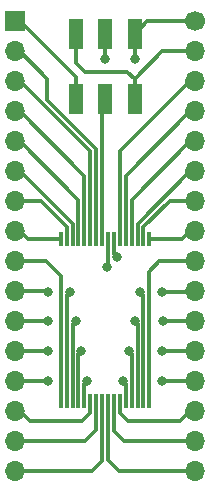
<source format=gtl>
G04 #@! TF.GenerationSoftware,KiCad,Pcbnew,8.0.0*
G04 #@! TF.CreationDate,2024-05-09T12:01:00+02:00*
G04 #@! TF.ProjectId,sst39sf040-m27c4001,73737433-3973-4663-9034-302d6d323763,rev?*
G04 #@! TF.SameCoordinates,Original*
G04 #@! TF.FileFunction,Copper,L1,Top*
G04 #@! TF.FilePolarity,Positive*
%FSLAX46Y46*%
G04 Gerber Fmt 4.6, Leading zero omitted, Abs format (unit mm)*
G04 Created by KiCad (PCBNEW 8.0.0) date 2024-05-09 12:01:00*
%MOMM*%
%LPD*%
G01*
G04 APERTURE LIST*
G04 #@! TA.AperFunction,SMDPad,CuDef*
%ADD10R,1.200000X2.500000*%
G04 #@! TD*
G04 #@! TA.AperFunction,SMDPad,CuDef*
%ADD11R,0.300000X1.300000*%
G04 #@! TD*
G04 #@! TA.AperFunction,ComponentPad*
%ADD12O,1.700000X1.700000*%
G04 #@! TD*
G04 #@! TA.AperFunction,ComponentPad*
%ADD13C,1.700000*%
G04 #@! TD*
G04 #@! TA.AperFunction,ComponentPad*
%ADD14R,1.700000X1.700000*%
G04 #@! TD*
G04 #@! TA.AperFunction,ViaPad*
%ADD15C,0.800000*%
G04 #@! TD*
G04 #@! TA.AperFunction,Conductor*
%ADD16C,0.300000*%
G04 #@! TD*
G04 APERTURE END LIST*
D10*
X130500000Y-61150000D03*
X133000000Y-61150000D03*
X135500000Y-61150000D03*
X130500000Y-66650000D03*
X133000000Y-66650000D03*
X135500000Y-66650000D03*
D11*
X136750000Y-78550000D03*
X136250000Y-78550000D03*
X135750000Y-78550000D03*
X135250000Y-78550000D03*
X134750000Y-78550000D03*
X134250000Y-78550000D03*
X133750000Y-78550000D03*
X133250000Y-78550000D03*
X132750000Y-78550000D03*
X132250000Y-78550000D03*
X131750000Y-78550000D03*
X131250000Y-78550000D03*
X130750000Y-78550000D03*
X130250000Y-78550000D03*
X129750000Y-78550000D03*
X129250000Y-78550000D03*
X129250000Y-92250000D03*
X129750000Y-92250000D03*
X130250000Y-92250000D03*
X130750000Y-92250000D03*
X131250000Y-92250000D03*
X131750000Y-92250000D03*
X132250000Y-92250000D03*
X132750000Y-92250000D03*
X133250000Y-92250000D03*
X133750000Y-92250000D03*
X134250000Y-92250000D03*
X134750000Y-92250000D03*
X135250000Y-92250000D03*
X135750000Y-92250000D03*
X136250000Y-92250000D03*
X136750000Y-92250000D03*
D12*
X140620000Y-98200000D03*
X140620000Y-95660000D03*
X140620000Y-93120000D03*
X140620000Y-90580000D03*
X140620000Y-88040000D03*
X140620000Y-85500000D03*
X140620000Y-82960000D03*
X140620000Y-80420000D03*
X140620000Y-77880000D03*
X140620000Y-75340000D03*
X140620000Y-72800000D03*
X140620000Y-70260000D03*
X140620000Y-67720000D03*
X140620000Y-65180000D03*
X140620000Y-62640000D03*
D13*
X140620000Y-60100000D03*
D12*
X125380000Y-98200000D03*
X125380000Y-95660000D03*
X125380000Y-93120000D03*
X125380000Y-90580000D03*
X125380000Y-88040000D03*
X125380000Y-85500000D03*
X125380000Y-82960000D03*
X125380000Y-80420000D03*
X125380000Y-77880000D03*
X125380000Y-75340000D03*
X125380000Y-72800000D03*
X125380000Y-70260000D03*
X125380000Y-67720000D03*
X125380000Y-65180000D03*
X125380000Y-62640000D03*
D14*
X125380000Y-60100000D03*
D15*
X129999500Y-83000000D03*
X128200000Y-83000000D03*
X130499989Y-85500000D03*
X128200000Y-85500000D03*
X130999509Y-88000000D03*
X128200000Y-88000000D03*
X128200000Y-90600000D03*
X131499989Y-90600000D03*
X133200000Y-80900000D03*
X135500000Y-63300000D03*
X133999500Y-80100000D03*
X133000000Y-63300000D03*
X136000500Y-83000000D03*
X137800000Y-83000000D03*
X135500500Y-85500000D03*
X137900000Y-85500000D03*
X135000000Y-88000000D03*
X137800000Y-88000000D03*
X137800000Y-90600000D03*
X134500500Y-90600000D03*
D16*
X130500000Y-64800000D02*
X130500000Y-66650000D01*
X125800000Y-60100000D02*
X130500000Y-64800000D01*
X128113214Y-66786786D02*
X128113214Y-64953214D01*
X132250000Y-78550000D02*
X132250000Y-70923573D01*
X132250000Y-70923573D02*
X128113214Y-66786786D01*
X128113214Y-64953214D02*
X125800000Y-62640000D01*
X131750000Y-78550000D02*
X131750000Y-71130000D01*
X131750000Y-71130000D02*
X125800000Y-65180000D01*
X131250000Y-73170000D02*
X125800000Y-67720000D01*
X131250000Y-78550000D02*
X131250000Y-73170000D01*
X130750000Y-78550000D02*
X130750000Y-75210000D01*
X130750000Y-75210000D02*
X125800000Y-70260000D01*
X130250000Y-77250000D02*
X125800000Y-72800000D01*
X130250000Y-78550000D02*
X130250000Y-77250000D01*
X127539022Y-75340000D02*
X125800000Y-75340000D01*
X129750000Y-78550000D02*
X129750000Y-77550978D01*
X129750000Y-77550978D02*
X127539022Y-75340000D01*
X126470000Y-78550000D02*
X125800000Y-77880000D01*
X129250000Y-78550000D02*
X126470000Y-78550000D01*
X128020000Y-80420000D02*
X125800000Y-80420000D01*
X129250000Y-92250000D02*
X129250000Y-81750000D01*
X129250000Y-81750000D02*
X129300000Y-81700000D01*
X129300000Y-81700000D02*
X128020000Y-80420000D01*
X129999500Y-83000000D02*
X129750489Y-83249011D01*
X128160000Y-82960000D02*
X128200000Y-83000000D01*
X129750489Y-83249011D02*
X129750489Y-92000000D01*
X125800000Y-82960000D02*
X128160000Y-82960000D01*
X130250009Y-85749980D02*
X130250009Y-91949991D01*
X130499989Y-85500000D02*
X130250009Y-85749980D01*
X125800000Y-85500000D02*
X128200000Y-85500000D01*
X130999509Y-88000000D02*
X130750489Y-88249020D01*
X128160000Y-88040000D02*
X128200000Y-88000000D01*
X125800000Y-88040000D02*
X128160000Y-88040000D01*
X130750489Y-88249020D02*
X130750489Y-91800000D01*
X131250000Y-92250000D02*
X131250000Y-90849989D01*
X131250000Y-90849989D02*
X131499989Y-90600000D01*
X128180000Y-90580000D02*
X128200000Y-90600000D01*
X125800000Y-90580000D02*
X128180000Y-90580000D01*
X131750000Y-93249022D02*
X131029022Y-93970000D01*
X126650000Y-93970000D02*
X125800000Y-93120000D01*
X131750000Y-92250000D02*
X131750000Y-93249022D01*
X131029022Y-93970000D02*
X126650000Y-93970000D01*
X125800000Y-95660000D02*
X131290480Y-95660000D01*
X131290480Y-95660000D02*
X132250480Y-94700000D01*
X132250480Y-94700000D02*
X132250000Y-94699520D01*
X132250000Y-94699520D02*
X132250000Y-92250000D01*
X136550000Y-60100000D02*
X135500000Y-61150000D01*
X133250000Y-78550000D02*
X133250000Y-80850000D01*
X140200000Y-60100000D02*
X136550000Y-60100000D01*
X135500000Y-61150000D02*
X135500000Y-63300000D01*
X133250000Y-80850000D02*
X133200000Y-80900000D01*
X131900000Y-98200000D02*
X125800000Y-98200000D01*
X132750000Y-92250000D02*
X132750000Y-97350000D01*
X132750000Y-97350000D02*
X131900000Y-98200000D01*
X137860000Y-62640000D02*
X135500000Y-65000000D01*
X131300000Y-64400000D02*
X134900000Y-64400000D01*
X135500000Y-65000000D02*
X135500000Y-66650000D01*
X130500000Y-61150000D02*
X130500000Y-63600000D01*
X134900000Y-64400000D02*
X135500000Y-65000000D01*
X140200000Y-62640000D02*
X137860000Y-62640000D01*
X130500000Y-63600000D02*
X131300000Y-64400000D01*
X133750000Y-78550000D02*
X133750000Y-79850500D01*
X133750000Y-79850500D02*
X133999500Y-80100000D01*
X133000000Y-61150000D02*
X133000000Y-63300000D01*
X133000000Y-66650000D02*
X132750000Y-66900000D01*
X132750000Y-66900000D02*
X132750000Y-78550000D01*
X137580000Y-80420000D02*
X136700000Y-81300000D01*
X136750000Y-81350000D02*
X136750000Y-92250000D01*
X136700000Y-81300000D02*
X136750000Y-81350000D01*
X140200000Y-80420000D02*
X137580000Y-80420000D01*
X137800000Y-83000000D02*
X140160000Y-83000000D01*
X140160000Y-83000000D02*
X140200000Y-82960000D01*
X136250000Y-83249500D02*
X136000500Y-83000000D01*
X136250000Y-92250000D02*
X136250000Y-83249500D01*
X140200000Y-85500000D02*
X137900000Y-85500000D01*
X135500500Y-85500000D02*
X135750000Y-85749500D01*
X135750000Y-85749500D02*
X135750000Y-92250000D01*
X137840000Y-88040000D02*
X137800000Y-88000000D01*
X140200000Y-88040000D02*
X137840000Y-88040000D01*
X135250000Y-88250000D02*
X135000000Y-88000000D01*
X135250000Y-92250000D02*
X135250000Y-88250000D01*
X140200000Y-90580000D02*
X137820000Y-90580000D01*
X134750000Y-92250000D02*
X134750000Y-90849500D01*
X134750000Y-90849500D02*
X134500500Y-90600000D01*
X137820000Y-90580000D02*
X137800000Y-90600000D01*
X134250000Y-93249022D02*
X134970978Y-93970000D01*
X134250000Y-92250000D02*
X134250000Y-93249022D01*
X139350000Y-93970000D02*
X140200000Y-93120000D01*
X134970978Y-93970000D02*
X139350000Y-93970000D01*
X134609520Y-95660000D02*
X133749520Y-94800000D01*
X140200000Y-95660000D02*
X134609520Y-95660000D01*
X133749520Y-94800000D02*
X133750000Y-94799520D01*
X133750000Y-94799520D02*
X133750000Y-92250000D01*
X134200000Y-98200000D02*
X140200000Y-98200000D01*
X133250000Y-92250000D02*
X133250000Y-97250000D01*
X133250000Y-97250000D02*
X134200000Y-98200000D01*
X134250000Y-71130000D02*
X140200000Y-65180000D01*
X134250000Y-78550000D02*
X134250000Y-71130000D01*
X134750000Y-78550000D02*
X134750000Y-73170000D01*
X134750000Y-73170000D02*
X140200000Y-67720000D01*
X135250000Y-75210000D02*
X140200000Y-70260000D01*
X135250000Y-78550000D02*
X135250000Y-75210000D01*
X135750000Y-78550000D02*
X135750000Y-77250000D01*
X135750000Y-77250000D02*
X140200000Y-72800000D01*
X136250000Y-78550000D02*
X136250000Y-77550978D01*
X138460978Y-75340000D02*
X140200000Y-75340000D01*
X136250000Y-77550978D02*
X138460978Y-75340000D01*
X136750000Y-78550000D02*
X139530000Y-78550000D01*
X139530000Y-78550000D02*
X140200000Y-77880000D01*
M02*

</source>
